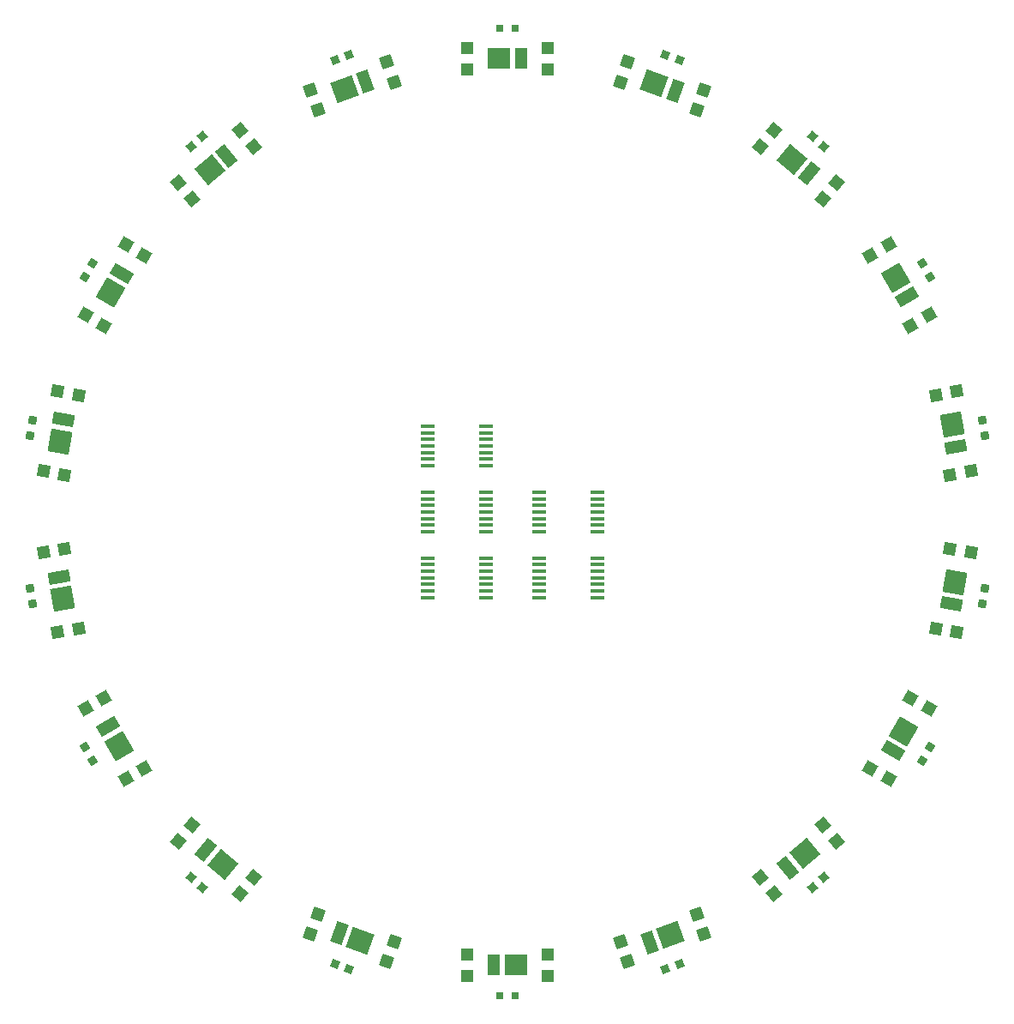
<source format=gbr>
%TF.GenerationSoftware,KiCad,Pcbnew,7.0.8*%
%TF.CreationDate,2023-10-26T13:22:37+11:00*%
%TF.ProjectId,linetest4.0,6c696e65-7465-4737-9434-2e302e6b6963,rev?*%
%TF.SameCoordinates,Original*%
%TF.FileFunction,Paste,Bot*%
%TF.FilePolarity,Positive*%
%FSLAX46Y46*%
G04 Gerber Fmt 4.6, Leading zero omitted, Abs format (unit mm)*
G04 Created by KiCad (PCBNEW 7.0.8) date 2023-10-26 13:22:37*
%MOMM*%
%LPD*%
G01*
G04 APERTURE LIST*
G04 Aperture macros list*
%AMRotRect*
0 Rectangle, with rotation*
0 The origin of the aperture is its center*
0 $1 length*
0 $2 width*
0 $3 Rotation angle, in degrees counterclockwise*
0 Add horizontal line*
21,1,$1,$2,0,0,$3*%
G04 Aperture macros list end*
%ADD10R,1.400000X0.350000*%
%ADD11RotRect,1.200000X1.200000X150.000000*%
%ADD12RotRect,1.200000X1.200000X70.000000*%
%ADD13RotRect,0.800000X0.800000X340.000000*%
%ADD14RotRect,1.200000X1.200000X110.000000*%
%ADD15RotRect,1.200000X1.200000X30.000000*%
%ADD16RotRect,0.800000X0.800000X200.000000*%
%ADD17RotRect,2.257400X2.108200X120.000000*%
%ADD18RotRect,1.190600X2.108200X120.000000*%
%ADD19RotRect,1.200000X1.200000X230.000000*%
%ADD20RotRect,1.200000X1.200000X330.000000*%
%ADD21RotRect,2.257400X2.108200X40.000000*%
%ADD22RotRect,1.190600X2.108200X40.000000*%
%ADD23RotRect,0.800000X0.800000X40.000000*%
%ADD24RotRect,1.200000X1.200000X50.000000*%
%ADD25RotRect,2.257400X2.108200X20.000000*%
%ADD26RotRect,1.190600X2.108200X20.000000*%
%ADD27RotRect,2.257400X2.108200X80.000000*%
%ADD28RotRect,1.190600X2.108200X80.000000*%
%ADD29RotRect,0.800000X0.800000X100.000000*%
%ADD30R,1.200000X1.200000*%
%ADD31RotRect,2.257400X2.108200X300.000000*%
%ADD32RotRect,1.190600X2.108200X300.000000*%
%ADD33RotRect,1.200000X1.200000X190.000000*%
%ADD34R,0.800000X0.800000*%
%ADD35RotRect,2.257400X2.108200X140.000000*%
%ADD36RotRect,1.190600X2.108200X140.000000*%
%ADD37RotRect,1.200000X1.200000X290.000000*%
%ADD38RotRect,1.200000X1.200000X250.000000*%
%ADD39RotRect,0.800000X0.800000X220.000000*%
%ADD40RotRect,2.257400X2.108200X160.000000*%
%ADD41RotRect,1.190600X2.108200X160.000000*%
%ADD42RotRect,1.200000X1.200000X350.000000*%
%ADD43RotRect,1.200000X1.200000X310.000000*%
%ADD44RotRect,0.800000X0.800000X120.000000*%
%ADD45RotRect,2.257400X2.108200X240.000000*%
%ADD46RotRect,1.190600X2.108200X240.000000*%
%ADD47RotRect,0.800000X0.800000X320.000000*%
%ADD48RotRect,2.257400X2.108200X280.000000*%
%ADD49RotRect,1.190600X2.108200X280.000000*%
%ADD50RotRect,1.200000X1.200000X10.000000*%
%ADD51RotRect,2.257400X2.108200X320.000000*%
%ADD52RotRect,1.190600X2.108200X320.000000*%
%ADD53RotRect,0.800000X0.800000X20.000000*%
%ADD54RotRect,2.257400X2.108200X100.000000*%
%ADD55RotRect,1.190600X2.108200X100.000000*%
%ADD56RotRect,1.200000X1.200000X210.000000*%
%ADD57RotRect,0.800000X0.800000X260.000000*%
%ADD58RotRect,2.257400X2.108200X340.000000*%
%ADD59RotRect,1.190600X2.108200X340.000000*%
%ADD60RotRect,2.257400X2.108200X60.000000*%
%ADD61RotRect,1.190600X2.108200X60.000000*%
%ADD62RotRect,0.800000X0.800000X280.000000*%
%ADD63RotRect,2.257400X2.108200X200.000000*%
%ADD64RotRect,1.190600X2.108200X200.000000*%
%ADD65RotRect,1.200000X1.200000X130.000000*%
%ADD66RotRect,0.800000X0.800000X240.000000*%
%ADD67RotRect,0.800000X0.800000X80.000000*%
%ADD68RotRect,0.800000X0.800000X60.000000*%
%ADD69RotRect,0.800000X0.800000X140.000000*%
%ADD70R,2.257400X2.108200*%
%ADD71R,1.190600X2.108200*%
%ADD72RotRect,0.800000X0.800000X160.000000*%
%ADD73RotRect,1.200000X1.200000X170.000000*%
%ADD74RotRect,2.257400X2.108200X260.000000*%
%ADD75RotRect,1.190600X2.108200X260.000000*%
%ADD76RotRect,0.800000X0.800000X300.000000*%
%ADD77RotRect,2.257400X2.108200X220.000000*%
%ADD78RotRect,1.190600X2.108200X220.000000*%
G04 APERTURE END LIST*
D10*
%TO.C,U6*%
X142125000Y-145450000D03*
X142125000Y-144800000D03*
X142125000Y-144150000D03*
X142125000Y-143500000D03*
X142125000Y-142850000D03*
X142125000Y-142200000D03*
X142125000Y-141550000D03*
X147875000Y-141550000D03*
X147875000Y-142200000D03*
X147875000Y-142850000D03*
X147875000Y-143500000D03*
X147875000Y-144150000D03*
X147875000Y-144800000D03*
X147875000Y-145450000D03*
%TD*%
D11*
%TO.C,R34*%
X110154690Y-131614102D03*
X108336036Y-130564102D03*
%TD*%
D12*
%TO.C,R11*%
X130576707Y-191669841D03*
X131294949Y-189696487D03*
%TD*%
D13*
%TO.C,A11*%
X132963769Y-194613808D03*
X134373307Y-195126838D03*
%TD*%
D14*
%TO.C,R9*%
X161905752Y-194406002D03*
X161187510Y-192432648D03*
%TD*%
D15*
%TO.C,R22*%
X185845310Y-124685898D03*
X187663964Y-123635898D03*
%TD*%
D16*
%TO.C,A18*%
X134373307Y-104873162D03*
X132963769Y-105386192D03*
%TD*%
D17*
%TO.C,LED13*%
X111657313Y-173088518D03*
D18*
X110566713Y-171199544D03*
%TD*%
D15*
%TO.C,R13*%
X108336036Y-169435898D03*
X110154690Y-168385898D03*
%TD*%
D19*
%TO.C,R3*%
X182503850Y-117486315D03*
X181153996Y-119095009D03*
%TD*%
D20*
%TO.C,R25*%
X189845310Y-168385898D03*
X191663964Y-169435898D03*
%TD*%
D21*
%TO.C,LED17*%
X120604110Y-116249104D03*
D22*
X122275006Y-114847055D03*
%TD*%
D23*
%TO.C,A8*%
X180118575Y-187060713D03*
X181267641Y-186096531D03*
%TD*%
D19*
%TO.C,R30*%
X124974359Y-186047292D03*
X123624505Y-187655986D03*
%TD*%
D24*
%TO.C,R21*%
X175025641Y-113952708D03*
X176375495Y-112344014D03*
%TD*%
D25*
%TO.C,LED18*%
X133920386Y-108230545D03*
D26*
X135970044Y-107484531D03*
%TD*%
D27*
%TO.C,LED15*%
X105786784Y-143040627D03*
D28*
X106165546Y-140892564D03*
%TD*%
D29*
%TO.C,A5*%
X197154806Y-142446906D03*
X196894334Y-140969694D03*
%TD*%
D30*
%TO.C,R19*%
X146000000Y-106300000D03*
X146000000Y-104200000D03*
%TD*%
D20*
%TO.C,R16*%
X112336036Y-123635898D03*
X114154690Y-124685898D03*
%TD*%
D31*
%TO.C,LED4*%
X188342687Y-126911482D03*
D32*
X189433287Y-128800456D03*
%TD*%
D33*
%TO.C,R5*%
X195798788Y-145986144D03*
X193730692Y-146350806D03*
%TD*%
D34*
%TO.C,A1*%
X150750000Y-102250000D03*
X149250000Y-102250000D03*
%TD*%
D35*
%TO.C,LED12*%
X121866398Y-184810082D03*
D36*
X120195502Y-183408033D03*
%TD*%
D37*
%TO.C,R27*%
X168705051Y-189696487D03*
X169423293Y-191669841D03*
%TD*%
D24*
%TO.C,R12*%
X117496150Y-182513685D03*
X118846004Y-180904991D03*
%TD*%
D38*
%TO.C,R29*%
X138812490Y-192432648D03*
X138094248Y-194406002D03*
%TD*%
D39*
%TO.C,A17*%
X119881425Y-112939287D03*
X118732359Y-113903469D03*
%TD*%
D40*
%TO.C,LED11*%
X135468812Y-192333035D03*
D41*
X133419154Y-191587021D03*
%TD*%
D42*
%TO.C,R24*%
X193730692Y-153649194D03*
X195798788Y-154013856D03*
%TD*%
D43*
%TO.C,R17*%
X123624505Y-112344014D03*
X124974359Y-113952708D03*
%TD*%
D44*
%TO.C,A4*%
X191727713Y-126774519D03*
X190977713Y-125475481D03*
%TD*%
D45*
%TO.C,LED7*%
X189166587Y-171661482D03*
D46*
X188075987Y-173550456D03*
%TD*%
D12*
%TO.C,R20*%
X161187510Y-107567352D03*
X161905752Y-105593998D03*
%TD*%
D47*
%TO.C,A12*%
X118732359Y-186096531D03*
X119881425Y-187060713D03*
%TD*%
D43*
%TO.C,R26*%
X181153996Y-180904991D03*
X182503850Y-182513685D03*
%TD*%
D48*
%TO.C,LED5*%
X193927078Y-141417861D03*
D49*
X194305840Y-143565924D03*
%TD*%
D50*
%TO.C,R14*%
X104201212Y-154013856D03*
X106269308Y-153649194D03*
%TD*%
D51*
%TO.C,LED3*%
X178133602Y-115189918D03*
D52*
X179804498Y-116591967D03*
%TD*%
D53*
%TO.C,A9*%
X165626693Y-195126838D03*
X167036231Y-194613808D03*
%TD*%
D33*
%TO.C,R32*%
X107658494Y-161527656D03*
X105590398Y-161892318D03*
%TD*%
D54*
%TO.C,LED14*%
X106072922Y-158582139D03*
D55*
X105694160Y-156434076D03*
%TD*%
D56*
%TO.C,R4*%
X191663964Y-130564102D03*
X189845310Y-131614102D03*
%TD*%
D30*
%TO.C,R10*%
X146000000Y-195800000D03*
X146000000Y-193700000D03*
%TD*%
D50*
%TO.C,R23*%
X192341506Y-138472344D03*
X194409602Y-138107682D03*
%TD*%
D38*
%TO.C,R2*%
X169423293Y-108330159D03*
X168705051Y-110303513D03*
%TD*%
D56*
%TO.C,R31*%
X114154690Y-175314102D03*
X112336036Y-176364102D03*
%TD*%
D34*
%TO.C,A10*%
X149250000Y-197750000D03*
X150750000Y-197750000D03*
%TD*%
D57*
%TO.C,A15*%
X103105666Y-140969694D03*
X102845194Y-142446906D03*
%TD*%
D58*
%TO.C,LED2*%
X164531188Y-107666965D03*
D59*
X166580846Y-108412979D03*
%TD*%
D60*
%TO.C,LED16*%
X110833413Y-128338518D03*
D61*
X111924013Y-126449544D03*
%TD*%
D11*
%TO.C,R7*%
X187663964Y-176364102D03*
X185845310Y-175314102D03*
%TD*%
D62*
%TO.C,A14*%
X102845194Y-157553094D03*
X103105666Y-159030306D03*
%TD*%
D63*
%TO.C,LED9*%
X166079614Y-191769455D03*
D64*
X164029956Y-192515469D03*
%TD*%
D65*
%TO.C,R35*%
X118846004Y-119095009D03*
X117496150Y-117486315D03*
%TD*%
D14*
%TO.C,R36*%
X131294949Y-110303513D03*
X130576707Y-108330159D03*
%TD*%
D66*
%TO.C,A16*%
X109022287Y-125475481D03*
X108272287Y-126774519D03*
%TD*%
D67*
%TO.C,A6*%
X196894334Y-159030306D03*
X197154806Y-157553094D03*
%TD*%
D68*
%TO.C,A7*%
X190977713Y-174524519D03*
X191727713Y-173225481D03*
%TD*%
D30*
%TO.C,R1*%
X154000000Y-104200000D03*
X154000000Y-106300000D03*
%TD*%
D10*
%TO.C,U4*%
X142125000Y-158450000D03*
X142125000Y-157800000D03*
X142125000Y-157150000D03*
X142125000Y-156500000D03*
X142125000Y-155850000D03*
X142125000Y-155200000D03*
X142125000Y-154550000D03*
X147875000Y-154550000D03*
X147875000Y-155200000D03*
X147875000Y-155850000D03*
X147875000Y-156500000D03*
X147875000Y-157150000D03*
X147875000Y-157800000D03*
X147875000Y-158450000D03*
%TD*%
D37*
%TO.C,R18*%
X138094248Y-105593998D03*
X138812490Y-107567352D03*
%TD*%
D69*
%TO.C,A3*%
X181267641Y-113903469D03*
X180118575Y-112939287D03*
%TD*%
D30*
%TO.C,R28*%
X154000000Y-193700000D03*
X154000000Y-195800000D03*
%TD*%
D65*
%TO.C,R8*%
X176375495Y-187655986D03*
X175025641Y-186047292D03*
%TD*%
D70*
%TO.C,LED10*%
X150823900Y-194750000D03*
D71*
X148642700Y-194750000D03*
%TD*%
D72*
%TO.C,A2*%
X167036231Y-105386192D03*
X165626693Y-104873162D03*
%TD*%
D10*
%TO.C,U2*%
X153125000Y-151950000D03*
X153125000Y-151300000D03*
X153125000Y-150650000D03*
X153125000Y-150000000D03*
X153125000Y-149350000D03*
X153125000Y-148700000D03*
X153125000Y-148050000D03*
X158875000Y-148050000D03*
X158875000Y-148700000D03*
X158875000Y-149350000D03*
X158875000Y-150000000D03*
X158875000Y-150650000D03*
X158875000Y-151300000D03*
X158875000Y-151950000D03*
%TD*%
D73*
%TO.C,R33*%
X106269308Y-146350806D03*
X104201212Y-145986144D03*
%TD*%
%TO.C,R6*%
X194409602Y-161892318D03*
X192341506Y-161527656D03*
%TD*%
D74*
%TO.C,LED6*%
X194213216Y-156959373D03*
D75*
X193834454Y-159107436D03*
%TD*%
D10*
%TO.C,U3*%
X158875000Y-154550000D03*
X158875000Y-155200000D03*
X158875000Y-155850000D03*
X158875000Y-156500000D03*
X158875000Y-157150000D03*
X158875000Y-157800000D03*
X158875000Y-158450000D03*
X153125000Y-158450000D03*
X153125000Y-157800000D03*
X153125000Y-157150000D03*
X153125000Y-156500000D03*
X153125000Y-155850000D03*
X153125000Y-155200000D03*
X153125000Y-154550000D03*
%TD*%
D76*
%TO.C,A13*%
X108272287Y-173225481D03*
X109022287Y-174524519D03*
%TD*%
D77*
%TO.C,LED8*%
X179395890Y-183750896D03*
D78*
X177724994Y-185152945D03*
%TD*%
D42*
%TO.C,R15*%
X105590398Y-138107682D03*
X107658494Y-138472344D03*
%TD*%
D70*
%TO.C,LED1*%
X149176100Y-105250000D03*
D71*
X151357300Y-105250000D03*
%TD*%
D10*
%TO.C,U5*%
X142125000Y-151950000D03*
X142125000Y-151300000D03*
X142125000Y-150650000D03*
X142125000Y-150000000D03*
X142125000Y-149350000D03*
X142125000Y-148700000D03*
X142125000Y-148050000D03*
X147875000Y-148050000D03*
X147875000Y-148700000D03*
X147875000Y-149350000D03*
X147875000Y-150000000D03*
X147875000Y-150650000D03*
X147875000Y-151300000D03*
X147875000Y-151950000D03*
%TD*%
M02*

</source>
